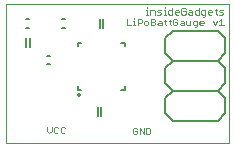
<source format=gto>
G75*
G70*
%OFA0B0*%
%FSLAX24Y24*%
%IPPOS*%
%LPD*%
%AMOC8*
5,1,8,0,0,1.08239X$1,22.5*
%
%ADD10C,0.0000*%
%ADD11C,0.0030*%
%ADD12C,0.0050*%
%ADD13C,0.0100*%
%ADD14C,0.0080*%
D10*
X006793Y006773D02*
X006793Y011439D01*
X014254Y011439D01*
X014254Y006773D01*
X006793Y006773D01*
D11*
X008186Y007185D02*
X008256Y007115D01*
X008326Y007185D01*
X008326Y007325D01*
X008407Y007290D02*
X008407Y007150D01*
X008442Y007115D01*
X008512Y007115D01*
X008547Y007150D01*
X008628Y007150D02*
X008663Y007115D01*
X008733Y007115D01*
X008768Y007150D01*
X008768Y007290D02*
X008733Y007325D01*
X008663Y007325D01*
X008628Y007290D01*
X008628Y007150D01*
X008547Y007290D02*
X008512Y007325D01*
X008442Y007325D01*
X008407Y007290D01*
X008186Y007325D02*
X008186Y007185D01*
X011040Y007130D02*
X011075Y007095D01*
X011145Y007095D01*
X011180Y007130D01*
X011180Y007200D01*
X011110Y007200D01*
X011040Y007270D02*
X011040Y007130D01*
X011040Y007270D02*
X011075Y007305D01*
X011145Y007305D01*
X011180Y007270D01*
X011261Y007305D02*
X011401Y007095D01*
X011401Y007305D01*
X011482Y007305D02*
X011587Y007305D01*
X011622Y007270D01*
X011622Y007130D01*
X011587Y007095D01*
X011482Y007095D01*
X011482Y007305D01*
X011261Y007305D02*
X011261Y007095D01*
X013104Y010647D02*
X013139Y010647D01*
X013174Y010682D01*
X013174Y010857D01*
X013069Y010857D01*
X013034Y010822D01*
X013034Y010752D01*
X013069Y010717D01*
X013174Y010717D01*
X013255Y010752D02*
X013255Y010822D01*
X013290Y010857D01*
X013360Y010857D01*
X013395Y010822D01*
X013395Y010787D01*
X013255Y010787D01*
X013255Y010752D02*
X013290Y010717D01*
X013360Y010717D01*
X013385Y011002D02*
X013420Y011002D01*
X013455Y011037D01*
X013455Y011212D01*
X013350Y011212D01*
X013315Y011177D01*
X013315Y011107D01*
X013350Y011072D01*
X013455Y011072D01*
X013536Y011107D02*
X013536Y011177D01*
X013571Y011212D01*
X013641Y011212D01*
X013676Y011177D01*
X013676Y011142D01*
X013536Y011142D01*
X013536Y011107D02*
X013571Y011072D01*
X013641Y011072D01*
X013792Y011107D02*
X013827Y011072D01*
X013792Y011107D02*
X013792Y011247D01*
X013757Y011212D02*
X013827Y011212D01*
X013904Y011177D02*
X013939Y011212D01*
X014044Y011212D01*
X014009Y011142D02*
X013939Y011142D01*
X013904Y011177D01*
X013904Y011072D02*
X014009Y011072D01*
X014044Y011107D01*
X014009Y011142D01*
X013988Y010928D02*
X013988Y010717D01*
X014058Y010717D02*
X013917Y010717D01*
X013917Y010857D02*
X013988Y010928D01*
X013837Y010857D02*
X013767Y010717D01*
X013697Y010857D01*
X013234Y011072D02*
X013129Y011072D01*
X013094Y011107D01*
X013094Y011177D01*
X013129Y011212D01*
X013234Y011212D01*
X013234Y011282D02*
X013234Y011072D01*
X013013Y011072D02*
X012908Y011072D01*
X012873Y011107D01*
X012908Y011142D01*
X013013Y011142D01*
X013013Y011177D02*
X013013Y011072D01*
X013013Y011177D02*
X012978Y011212D01*
X012908Y011212D01*
X012792Y011247D02*
X012757Y011282D01*
X012687Y011282D01*
X012652Y011247D01*
X012652Y011107D01*
X012687Y011072D01*
X012757Y011072D01*
X012792Y011107D01*
X012792Y011177D01*
X012722Y011177D01*
X012571Y011177D02*
X012536Y011212D01*
X012466Y011212D01*
X012431Y011177D01*
X012431Y011107D01*
X012466Y011072D01*
X012536Y011072D01*
X012571Y011142D02*
X012431Y011142D01*
X012350Y011212D02*
X012245Y011212D01*
X012210Y011177D01*
X012210Y011107D01*
X012245Y011072D01*
X012350Y011072D01*
X012350Y011282D01*
X012571Y011177D02*
X012571Y011142D01*
X012476Y010928D02*
X012406Y010928D01*
X012371Y010893D01*
X012371Y010752D01*
X012406Y010717D01*
X012476Y010717D01*
X012511Y010752D01*
X012511Y010822D01*
X012441Y010822D01*
X012511Y010893D02*
X012476Y010928D01*
X012627Y010857D02*
X012697Y010857D01*
X012732Y010822D01*
X012732Y010717D01*
X012627Y010717D01*
X012592Y010752D01*
X012627Y010787D01*
X012732Y010787D01*
X012813Y010752D02*
X012848Y010717D01*
X012953Y010717D01*
X012953Y010857D01*
X012813Y010857D02*
X012813Y010752D01*
X012293Y010717D02*
X012258Y010752D01*
X012258Y010893D01*
X012223Y010857D02*
X012293Y010857D01*
X012146Y010857D02*
X012076Y010857D01*
X012111Y010893D02*
X012111Y010752D01*
X012146Y010717D01*
X011995Y010717D02*
X011890Y010717D01*
X011855Y010752D01*
X011890Y010787D01*
X011995Y010787D01*
X011995Y010822D02*
X011995Y010717D01*
X011995Y010822D02*
X011960Y010857D01*
X011890Y010857D01*
X011774Y010857D02*
X011739Y010822D01*
X011634Y010822D01*
X011553Y010822D02*
X011518Y010857D01*
X011448Y010857D01*
X011413Y010822D01*
X011413Y010752D01*
X011448Y010717D01*
X011518Y010717D01*
X011553Y010752D01*
X011553Y010822D01*
X011634Y010717D02*
X011739Y010717D01*
X011774Y010752D01*
X011774Y010787D01*
X011739Y010822D01*
X011774Y010857D02*
X011774Y010893D01*
X011739Y010928D01*
X011634Y010928D01*
X011634Y010717D01*
X011332Y010822D02*
X011332Y010893D01*
X011297Y010928D01*
X011192Y010928D01*
X011192Y010717D01*
X011192Y010787D02*
X011297Y010787D01*
X011332Y010822D01*
X011115Y010717D02*
X011045Y010717D01*
X011080Y010717D02*
X011080Y010857D01*
X011045Y010857D01*
X011080Y010928D02*
X011080Y010963D01*
X010824Y010928D02*
X010824Y010717D01*
X010964Y010717D01*
X011473Y011072D02*
X011543Y011072D01*
X011508Y011072D02*
X011508Y011212D01*
X011473Y011212D01*
X011508Y011282D02*
X011508Y011317D01*
X011621Y011212D02*
X011621Y011072D01*
X011761Y011072D02*
X011761Y011177D01*
X011726Y011212D01*
X011621Y011212D01*
X011842Y011177D02*
X011877Y011212D01*
X011982Y011212D01*
X011947Y011142D02*
X011877Y011142D01*
X011842Y011177D01*
X011842Y011072D02*
X011947Y011072D01*
X011982Y011107D01*
X011947Y011142D01*
X012063Y011212D02*
X012098Y011212D01*
X012098Y011072D01*
X012063Y011072D02*
X012133Y011072D01*
X012098Y011282D02*
X012098Y011317D01*
D12*
X010769Y010139D02*
X010769Y010021D01*
X010769Y010139D02*
X010651Y010139D01*
X010041Y010631D02*
X010041Y010907D01*
X009923Y010907D02*
X009923Y010631D01*
X009313Y010139D02*
X009194Y010139D01*
X009194Y010021D01*
X008781Y010631D02*
X008663Y010631D01*
X008663Y010907D02*
X008781Y010907D01*
X007580Y010907D02*
X007462Y010907D01*
X007462Y010631D02*
X007580Y010631D01*
X007600Y010277D02*
X007600Y010002D01*
X007482Y010002D02*
X007482Y010277D01*
X008171Y009706D02*
X008289Y009706D01*
X008289Y009431D02*
X008171Y009431D01*
X009194Y008683D02*
X009194Y008565D01*
X009313Y008565D01*
X009864Y007974D02*
X009864Y007698D01*
X009982Y007698D02*
X009982Y007974D01*
X010651Y008565D02*
X010769Y008565D01*
X010769Y008683D01*
D13*
X009202Y008407D02*
X009204Y008415D01*
X009209Y008422D01*
X009216Y008426D01*
X009224Y008427D01*
X009232Y008424D01*
X009238Y008419D01*
X009242Y008411D01*
X009242Y008403D01*
X009238Y008395D01*
X009232Y008390D01*
X009224Y008387D01*
X009216Y008388D01*
X009209Y008392D01*
X009204Y008399D01*
X009202Y008407D01*
D14*
X012112Y008287D02*
X012112Y007787D01*
X012362Y007537D01*
X013862Y007537D01*
X014112Y007787D01*
X014112Y008287D01*
X013862Y008537D01*
X012362Y008537D01*
X012112Y008787D01*
X012112Y009287D01*
X012362Y009537D01*
X013862Y009537D01*
X014112Y009787D01*
X014112Y010287D01*
X013862Y010537D01*
X012362Y010537D01*
X012112Y010287D01*
X012112Y009787D01*
X012362Y009537D01*
X012362Y008537D02*
X012112Y008287D01*
X013862Y008537D02*
X014112Y008787D01*
X014112Y009287D01*
X013862Y009537D01*
M02*

</source>
